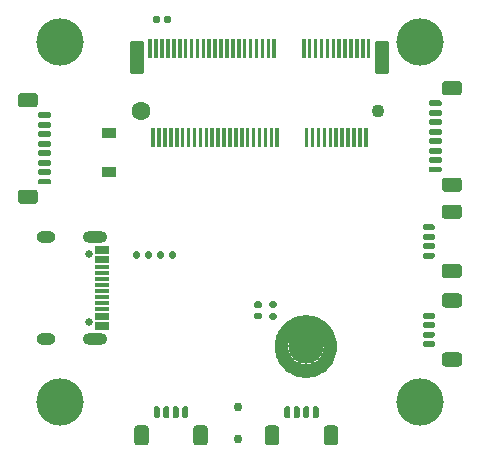
<source format=gbr>
%TF.GenerationSoftware,KiCad,Pcbnew,(5.1.10)-1*%
%TF.CreationDate,2021-11-18T11:26:52-05:00*%
%TF.ProjectId,MicroMod_Extension,4d696372-6f4d-46f6-945f-457874656e73,rev?*%
%TF.SameCoordinates,Original*%
%TF.FileFunction,Soldermask,Bot*%
%TF.FilePolarity,Negative*%
%FSLAX46Y46*%
G04 Gerber Fmt 4.6, Leading zero omitted, Abs format (unit mm)*
G04 Created by KiCad (PCBNEW (5.1.10)-1) date 2021-11-18 11:26:52*
%MOMM*%
%LPD*%
G01*
G04 APERTURE LIST*
%ADD10C,1.600000*%
%ADD11C,1.100000*%
%ADD12C,3.000000*%
%ADD13C,0.100000*%
%ADD14C,4.000000*%
%ADD15C,0.750000*%
%ADD16R,1.200000X0.900000*%
%ADD17R,1.150000X0.300000*%
%ADD18C,0.650000*%
%ADD19O,1.600000X1.000000*%
%ADD20O,2.100000X1.000000*%
G04 APERTURE END LIST*
%TO.C,J1*%
G36*
G01*
X137331000Y-48036000D02*
X137331000Y-49574000D01*
G75*
G02*
X137325000Y-49580000I-6000J0D01*
G01*
X137037000Y-49580000D01*
G75*
G02*
X137031000Y-49574000I0J6000D01*
G01*
X137031000Y-48036000D01*
G75*
G02*
X137037000Y-48030000I6000J0D01*
G01*
X137325000Y-48030000D01*
G75*
G02*
X137331000Y-48036000I0J-6000D01*
G01*
G37*
G36*
G01*
X137581000Y-55586000D02*
X137581000Y-57124000D01*
G75*
G02*
X137575000Y-57130000I-6000J0D01*
G01*
X137287000Y-57130000D01*
G75*
G02*
X137281000Y-57124000I0J6000D01*
G01*
X137281000Y-55586000D01*
G75*
G02*
X137287000Y-55580000I6000J0D01*
G01*
X137575000Y-55580000D01*
G75*
G02*
X137581000Y-55586000I0J-6000D01*
G01*
G37*
G36*
G01*
X137831000Y-48036000D02*
X137831000Y-49574000D01*
G75*
G02*
X137825000Y-49580000I-6000J0D01*
G01*
X137537000Y-49580000D01*
G75*
G02*
X137531000Y-49574000I0J6000D01*
G01*
X137531000Y-48036000D01*
G75*
G02*
X137537000Y-48030000I6000J0D01*
G01*
X137825000Y-48030000D01*
G75*
G02*
X137831000Y-48036000I0J-6000D01*
G01*
G37*
G36*
G01*
X138081000Y-55586000D02*
X138081000Y-57124000D01*
G75*
G02*
X138075000Y-57130000I-6000J0D01*
G01*
X137787000Y-57130000D01*
G75*
G02*
X137781000Y-57124000I0J6000D01*
G01*
X137781000Y-55586000D01*
G75*
G02*
X137787000Y-55580000I6000J0D01*
G01*
X138075000Y-55580000D01*
G75*
G02*
X138081000Y-55586000I0J-6000D01*
G01*
G37*
G36*
G01*
X138331000Y-48036000D02*
X138331000Y-49574000D01*
G75*
G02*
X138325000Y-49580000I-6000J0D01*
G01*
X138037000Y-49580000D01*
G75*
G02*
X138031000Y-49574000I0J6000D01*
G01*
X138031000Y-48036000D01*
G75*
G02*
X138037000Y-48030000I6000J0D01*
G01*
X138325000Y-48030000D01*
G75*
G02*
X138331000Y-48036000I0J-6000D01*
G01*
G37*
G36*
G01*
X138581000Y-55586000D02*
X138581000Y-57124000D01*
G75*
G02*
X138575000Y-57130000I-6000J0D01*
G01*
X138287000Y-57130000D01*
G75*
G02*
X138281000Y-57124000I0J6000D01*
G01*
X138281000Y-55586000D01*
G75*
G02*
X138287000Y-55580000I6000J0D01*
G01*
X138575000Y-55580000D01*
G75*
G02*
X138581000Y-55586000I0J-6000D01*
G01*
G37*
G36*
G01*
X138831000Y-48036000D02*
X138831000Y-49574000D01*
G75*
G02*
X138825000Y-49580000I-6000J0D01*
G01*
X138537000Y-49580000D01*
G75*
G02*
X138531000Y-49574000I0J6000D01*
G01*
X138531000Y-48036000D01*
G75*
G02*
X138537000Y-48030000I6000J0D01*
G01*
X138825000Y-48030000D01*
G75*
G02*
X138831000Y-48036000I0J-6000D01*
G01*
G37*
G36*
G01*
X139081000Y-55586000D02*
X139081000Y-57124000D01*
G75*
G02*
X139075000Y-57130000I-6000J0D01*
G01*
X138787000Y-57130000D01*
G75*
G02*
X138781000Y-57124000I0J6000D01*
G01*
X138781000Y-55586000D01*
G75*
G02*
X138787000Y-55580000I6000J0D01*
G01*
X139075000Y-55580000D01*
G75*
G02*
X139081000Y-55586000I0J-6000D01*
G01*
G37*
G36*
G01*
X139331000Y-48036000D02*
X139331000Y-49574000D01*
G75*
G02*
X139325000Y-49580000I-6000J0D01*
G01*
X139037000Y-49580000D01*
G75*
G02*
X139031000Y-49574000I0J6000D01*
G01*
X139031000Y-48036000D01*
G75*
G02*
X139037000Y-48030000I6000J0D01*
G01*
X139325000Y-48030000D01*
G75*
G02*
X139331000Y-48036000I0J-6000D01*
G01*
G37*
G36*
G01*
X139581000Y-55586000D02*
X139581000Y-57124000D01*
G75*
G02*
X139575000Y-57130000I-6000J0D01*
G01*
X139287000Y-57130000D01*
G75*
G02*
X139281000Y-57124000I0J6000D01*
G01*
X139281000Y-55586000D01*
G75*
G02*
X139287000Y-55580000I6000J0D01*
G01*
X139575000Y-55580000D01*
G75*
G02*
X139581000Y-55586000I0J-6000D01*
G01*
G37*
G36*
G01*
X139831000Y-48036000D02*
X139831000Y-49574000D01*
G75*
G02*
X139825000Y-49580000I-6000J0D01*
G01*
X139537000Y-49580000D01*
G75*
G02*
X139531000Y-49574000I0J6000D01*
G01*
X139531000Y-48036000D01*
G75*
G02*
X139537000Y-48030000I6000J0D01*
G01*
X139825000Y-48030000D01*
G75*
G02*
X139831000Y-48036000I0J-6000D01*
G01*
G37*
G36*
G01*
X140081000Y-55586000D02*
X140081000Y-57124000D01*
G75*
G02*
X140075000Y-57130000I-6000J0D01*
G01*
X139787000Y-57130000D01*
G75*
G02*
X139781000Y-57124000I0J6000D01*
G01*
X139781000Y-55586000D01*
G75*
G02*
X139787000Y-55580000I6000J0D01*
G01*
X140075000Y-55580000D01*
G75*
G02*
X140081000Y-55586000I0J-6000D01*
G01*
G37*
G36*
G01*
X140331000Y-48036000D02*
X140331000Y-49574000D01*
G75*
G02*
X140325000Y-49580000I-6000J0D01*
G01*
X140037000Y-49580000D01*
G75*
G02*
X140031000Y-49574000I0J6000D01*
G01*
X140031000Y-48036000D01*
G75*
G02*
X140037000Y-48030000I6000J0D01*
G01*
X140325000Y-48030000D01*
G75*
G02*
X140331000Y-48036000I0J-6000D01*
G01*
G37*
G36*
G01*
X140581000Y-55586000D02*
X140581000Y-57124000D01*
G75*
G02*
X140575000Y-57130000I-6000J0D01*
G01*
X140287000Y-57130000D01*
G75*
G02*
X140281000Y-57124000I0J6000D01*
G01*
X140281000Y-55586000D01*
G75*
G02*
X140287000Y-55580000I6000J0D01*
G01*
X140575000Y-55580000D01*
G75*
G02*
X140581000Y-55586000I0J-6000D01*
G01*
G37*
G36*
G01*
X140831000Y-48036000D02*
X140831000Y-49574000D01*
G75*
G02*
X140825000Y-49580000I-6000J0D01*
G01*
X140537000Y-49580000D01*
G75*
G02*
X140531000Y-49574000I0J6000D01*
G01*
X140531000Y-48036000D01*
G75*
G02*
X140537000Y-48030000I6000J0D01*
G01*
X140825000Y-48030000D01*
G75*
G02*
X140831000Y-48036000I0J-6000D01*
G01*
G37*
G36*
G01*
X141081000Y-55586000D02*
X141081000Y-57124000D01*
G75*
G02*
X141075000Y-57130000I-6000J0D01*
G01*
X140787000Y-57130000D01*
G75*
G02*
X140781000Y-57124000I0J6000D01*
G01*
X140781000Y-55586000D01*
G75*
G02*
X140787000Y-55580000I6000J0D01*
G01*
X141075000Y-55580000D01*
G75*
G02*
X141081000Y-55586000I0J-6000D01*
G01*
G37*
G36*
G01*
X141331000Y-48036000D02*
X141331000Y-49574000D01*
G75*
G02*
X141325000Y-49580000I-6000J0D01*
G01*
X141037000Y-49580000D01*
G75*
G02*
X141031000Y-49574000I0J6000D01*
G01*
X141031000Y-48036000D01*
G75*
G02*
X141037000Y-48030000I6000J0D01*
G01*
X141325000Y-48030000D01*
G75*
G02*
X141331000Y-48036000I0J-6000D01*
G01*
G37*
G36*
G01*
X141581000Y-55586000D02*
X141581000Y-57124000D01*
G75*
G02*
X141575000Y-57130000I-6000J0D01*
G01*
X141287000Y-57130000D01*
G75*
G02*
X141281000Y-57124000I0J6000D01*
G01*
X141281000Y-55586000D01*
G75*
G02*
X141287000Y-55580000I6000J0D01*
G01*
X141575000Y-55580000D01*
G75*
G02*
X141581000Y-55586000I0J-6000D01*
G01*
G37*
G36*
G01*
X141831000Y-48036000D02*
X141831000Y-49574000D01*
G75*
G02*
X141825000Y-49580000I-6000J0D01*
G01*
X141537000Y-49580000D01*
G75*
G02*
X141531000Y-49574000I0J6000D01*
G01*
X141531000Y-48036000D01*
G75*
G02*
X141537000Y-48030000I6000J0D01*
G01*
X141825000Y-48030000D01*
G75*
G02*
X141831000Y-48036000I0J-6000D01*
G01*
G37*
G36*
G01*
X142081000Y-55586000D02*
X142081000Y-57124000D01*
G75*
G02*
X142075000Y-57130000I-6000J0D01*
G01*
X141787000Y-57130000D01*
G75*
G02*
X141781000Y-57124000I0J6000D01*
G01*
X141781000Y-55586000D01*
G75*
G02*
X141787000Y-55580000I6000J0D01*
G01*
X142075000Y-55580000D01*
G75*
G02*
X142081000Y-55586000I0J-6000D01*
G01*
G37*
G36*
G01*
X142331000Y-48036000D02*
X142331000Y-49574000D01*
G75*
G02*
X142325000Y-49580000I-6000J0D01*
G01*
X142037000Y-49580000D01*
G75*
G02*
X142031000Y-49574000I0J6000D01*
G01*
X142031000Y-48036000D01*
G75*
G02*
X142037000Y-48030000I6000J0D01*
G01*
X142325000Y-48030000D01*
G75*
G02*
X142331000Y-48036000I0J-6000D01*
G01*
G37*
G36*
G01*
X142581000Y-55586000D02*
X142581000Y-57124000D01*
G75*
G02*
X142575000Y-57130000I-6000J0D01*
G01*
X142287000Y-57130000D01*
G75*
G02*
X142281000Y-57124000I0J6000D01*
G01*
X142281000Y-55586000D01*
G75*
G02*
X142287000Y-55580000I6000J0D01*
G01*
X142575000Y-55580000D01*
G75*
G02*
X142581000Y-55586000I0J-6000D01*
G01*
G37*
G36*
G01*
X142831000Y-48036000D02*
X142831000Y-49574000D01*
G75*
G02*
X142825000Y-49580000I-6000J0D01*
G01*
X142537000Y-49580000D01*
G75*
G02*
X142531000Y-49574000I0J6000D01*
G01*
X142531000Y-48036000D01*
G75*
G02*
X142537000Y-48030000I6000J0D01*
G01*
X142825000Y-48030000D01*
G75*
G02*
X142831000Y-48036000I0J-6000D01*
G01*
G37*
G36*
G01*
X143081000Y-55586000D02*
X143081000Y-57124000D01*
G75*
G02*
X143075000Y-57130000I-6000J0D01*
G01*
X142787000Y-57130000D01*
G75*
G02*
X142781000Y-57124000I0J6000D01*
G01*
X142781000Y-55586000D01*
G75*
G02*
X142787000Y-55580000I6000J0D01*
G01*
X143075000Y-55580000D01*
G75*
G02*
X143081000Y-55586000I0J-6000D01*
G01*
G37*
G36*
G01*
X143331000Y-48036000D02*
X143331000Y-49574000D01*
G75*
G02*
X143325000Y-49580000I-6000J0D01*
G01*
X143037000Y-49580000D01*
G75*
G02*
X143031000Y-49574000I0J6000D01*
G01*
X143031000Y-48036000D01*
G75*
G02*
X143037000Y-48030000I6000J0D01*
G01*
X143325000Y-48030000D01*
G75*
G02*
X143331000Y-48036000I0J-6000D01*
G01*
G37*
G36*
G01*
X143581000Y-55586000D02*
X143581000Y-57124000D01*
G75*
G02*
X143575000Y-57130000I-6000J0D01*
G01*
X143287000Y-57130000D01*
G75*
G02*
X143281000Y-57124000I0J6000D01*
G01*
X143281000Y-55586000D01*
G75*
G02*
X143287000Y-55580000I6000J0D01*
G01*
X143575000Y-55580000D01*
G75*
G02*
X143581000Y-55586000I0J-6000D01*
G01*
G37*
G36*
G01*
X143831000Y-48036000D02*
X143831000Y-49574000D01*
G75*
G02*
X143825000Y-49580000I-6000J0D01*
G01*
X143537000Y-49580000D01*
G75*
G02*
X143531000Y-49574000I0J6000D01*
G01*
X143531000Y-48036000D01*
G75*
G02*
X143537000Y-48030000I6000J0D01*
G01*
X143825000Y-48030000D01*
G75*
G02*
X143831000Y-48036000I0J-6000D01*
G01*
G37*
G36*
G01*
X144081000Y-55586000D02*
X144081000Y-57124000D01*
G75*
G02*
X144075000Y-57130000I-6000J0D01*
G01*
X143787000Y-57130000D01*
G75*
G02*
X143781000Y-57124000I0J6000D01*
G01*
X143781000Y-55586000D01*
G75*
G02*
X143787000Y-55580000I6000J0D01*
G01*
X144075000Y-55580000D01*
G75*
G02*
X144081000Y-55586000I0J-6000D01*
G01*
G37*
G36*
G01*
X144331000Y-48036000D02*
X144331000Y-49574000D01*
G75*
G02*
X144325000Y-49580000I-6000J0D01*
G01*
X144037000Y-49580000D01*
G75*
G02*
X144031000Y-49574000I0J6000D01*
G01*
X144031000Y-48036000D01*
G75*
G02*
X144037000Y-48030000I6000J0D01*
G01*
X144325000Y-48030000D01*
G75*
G02*
X144331000Y-48036000I0J-6000D01*
G01*
G37*
G36*
G01*
X144581000Y-55586000D02*
X144581000Y-57124000D01*
G75*
G02*
X144575000Y-57130000I-6000J0D01*
G01*
X144287000Y-57130000D01*
G75*
G02*
X144281000Y-57124000I0J6000D01*
G01*
X144281000Y-55586000D01*
G75*
G02*
X144287000Y-55580000I6000J0D01*
G01*
X144575000Y-55580000D01*
G75*
G02*
X144581000Y-55586000I0J-6000D01*
G01*
G37*
G36*
G01*
X144831000Y-48036000D02*
X144831000Y-49574000D01*
G75*
G02*
X144825000Y-49580000I-6000J0D01*
G01*
X144537000Y-49580000D01*
G75*
G02*
X144531000Y-49574000I0J6000D01*
G01*
X144531000Y-48036000D01*
G75*
G02*
X144537000Y-48030000I6000J0D01*
G01*
X144825000Y-48030000D01*
G75*
G02*
X144831000Y-48036000I0J-6000D01*
G01*
G37*
G36*
G01*
X145081000Y-55586000D02*
X145081000Y-57124000D01*
G75*
G02*
X145075000Y-57130000I-6000J0D01*
G01*
X144787000Y-57130000D01*
G75*
G02*
X144781000Y-57124000I0J6000D01*
G01*
X144781000Y-55586000D01*
G75*
G02*
X144787000Y-55580000I6000J0D01*
G01*
X145075000Y-55580000D01*
G75*
G02*
X145081000Y-55586000I0J-6000D01*
G01*
G37*
G36*
G01*
X145331000Y-48036000D02*
X145331000Y-49574000D01*
G75*
G02*
X145325000Y-49580000I-6000J0D01*
G01*
X145037000Y-49580000D01*
G75*
G02*
X145031000Y-49574000I0J6000D01*
G01*
X145031000Y-48036000D01*
G75*
G02*
X145037000Y-48030000I6000J0D01*
G01*
X145325000Y-48030000D01*
G75*
G02*
X145331000Y-48036000I0J-6000D01*
G01*
G37*
G36*
G01*
X145581000Y-55586000D02*
X145581000Y-57124000D01*
G75*
G02*
X145575000Y-57130000I-6000J0D01*
G01*
X145287000Y-57130000D01*
G75*
G02*
X145281000Y-57124000I0J6000D01*
G01*
X145281000Y-55586000D01*
G75*
G02*
X145287000Y-55580000I6000J0D01*
G01*
X145575000Y-55580000D01*
G75*
G02*
X145581000Y-55586000I0J-6000D01*
G01*
G37*
G36*
G01*
X145831000Y-48036000D02*
X145831000Y-49574000D01*
G75*
G02*
X145825000Y-49580000I-6000J0D01*
G01*
X145537000Y-49580000D01*
G75*
G02*
X145531000Y-49574000I0J6000D01*
G01*
X145531000Y-48036000D01*
G75*
G02*
X145537000Y-48030000I6000J0D01*
G01*
X145825000Y-48030000D01*
G75*
G02*
X145831000Y-48036000I0J-6000D01*
G01*
G37*
G36*
G01*
X146081000Y-55586000D02*
X146081000Y-57124000D01*
G75*
G02*
X146075000Y-57130000I-6000J0D01*
G01*
X145787000Y-57130000D01*
G75*
G02*
X145781000Y-57124000I0J6000D01*
G01*
X145781000Y-55586000D01*
G75*
G02*
X145787000Y-55580000I6000J0D01*
G01*
X146075000Y-55580000D01*
G75*
G02*
X146081000Y-55586000I0J-6000D01*
G01*
G37*
G36*
G01*
X146331000Y-48036000D02*
X146331000Y-49574000D01*
G75*
G02*
X146325000Y-49580000I-6000J0D01*
G01*
X146037000Y-49580000D01*
G75*
G02*
X146031000Y-49574000I0J6000D01*
G01*
X146031000Y-48036000D01*
G75*
G02*
X146037000Y-48030000I6000J0D01*
G01*
X146325000Y-48030000D01*
G75*
G02*
X146331000Y-48036000I0J-6000D01*
G01*
G37*
G36*
G01*
X146581000Y-55586000D02*
X146581000Y-57124000D01*
G75*
G02*
X146575000Y-57130000I-6000J0D01*
G01*
X146287000Y-57130000D01*
G75*
G02*
X146281000Y-57124000I0J6000D01*
G01*
X146281000Y-55586000D01*
G75*
G02*
X146287000Y-55580000I6000J0D01*
G01*
X146575000Y-55580000D01*
G75*
G02*
X146581000Y-55586000I0J-6000D01*
G01*
G37*
G36*
G01*
X146831000Y-48036000D02*
X146831000Y-49574000D01*
G75*
G02*
X146825000Y-49580000I-6000J0D01*
G01*
X146537000Y-49580000D01*
G75*
G02*
X146531000Y-49574000I0J6000D01*
G01*
X146531000Y-48036000D01*
G75*
G02*
X146537000Y-48030000I6000J0D01*
G01*
X146825000Y-48030000D01*
G75*
G02*
X146831000Y-48036000I0J-6000D01*
G01*
G37*
G36*
G01*
X147081000Y-55586000D02*
X147081000Y-57124000D01*
G75*
G02*
X147075000Y-57130000I-6000J0D01*
G01*
X146787000Y-57130000D01*
G75*
G02*
X146781000Y-57124000I0J6000D01*
G01*
X146781000Y-55586000D01*
G75*
G02*
X146787000Y-55580000I6000J0D01*
G01*
X147075000Y-55580000D01*
G75*
G02*
X147081000Y-55586000I0J-6000D01*
G01*
G37*
G36*
G01*
X147331000Y-48036000D02*
X147331000Y-49574000D01*
G75*
G02*
X147325000Y-49580000I-6000J0D01*
G01*
X147037000Y-49580000D01*
G75*
G02*
X147031000Y-49574000I0J6000D01*
G01*
X147031000Y-48036000D01*
G75*
G02*
X147037000Y-48030000I6000J0D01*
G01*
X147325000Y-48030000D01*
G75*
G02*
X147331000Y-48036000I0J-6000D01*
G01*
G37*
G36*
G01*
X147581000Y-55586000D02*
X147581000Y-57124000D01*
G75*
G02*
X147575000Y-57130000I-6000J0D01*
G01*
X147287000Y-57130000D01*
G75*
G02*
X147281000Y-57124000I0J6000D01*
G01*
X147281000Y-55586000D01*
G75*
G02*
X147287000Y-55580000I6000J0D01*
G01*
X147575000Y-55580000D01*
G75*
G02*
X147581000Y-55586000I0J-6000D01*
G01*
G37*
G36*
G01*
X147831000Y-48036000D02*
X147831000Y-49574000D01*
G75*
G02*
X147825000Y-49580000I-6000J0D01*
G01*
X147537000Y-49580000D01*
G75*
G02*
X147531000Y-49574000I0J6000D01*
G01*
X147531000Y-48036000D01*
G75*
G02*
X147537000Y-48030000I6000J0D01*
G01*
X147825000Y-48030000D01*
G75*
G02*
X147831000Y-48036000I0J-6000D01*
G01*
G37*
G36*
G01*
X148081000Y-55586000D02*
X148081000Y-57124000D01*
G75*
G02*
X148075000Y-57130000I-6000J0D01*
G01*
X147787000Y-57130000D01*
G75*
G02*
X147781000Y-57124000I0J6000D01*
G01*
X147781000Y-55586000D01*
G75*
G02*
X147787000Y-55580000I6000J0D01*
G01*
X148075000Y-55580000D01*
G75*
G02*
X148081000Y-55586000I0J-6000D01*
G01*
G37*
G36*
G01*
X150331000Y-48036000D02*
X150331000Y-49574000D01*
G75*
G02*
X150325000Y-49580000I-6000J0D01*
G01*
X150037000Y-49580000D01*
G75*
G02*
X150031000Y-49574000I0J6000D01*
G01*
X150031000Y-48036000D01*
G75*
G02*
X150037000Y-48030000I6000J0D01*
G01*
X150325000Y-48030000D01*
G75*
G02*
X150331000Y-48036000I0J-6000D01*
G01*
G37*
G36*
G01*
X150581000Y-55586000D02*
X150581000Y-57124000D01*
G75*
G02*
X150575000Y-57130000I-6000J0D01*
G01*
X150287000Y-57130000D01*
G75*
G02*
X150281000Y-57124000I0J6000D01*
G01*
X150281000Y-55586000D01*
G75*
G02*
X150287000Y-55580000I6000J0D01*
G01*
X150575000Y-55580000D01*
G75*
G02*
X150581000Y-55586000I0J-6000D01*
G01*
G37*
G36*
G01*
X150831000Y-48036000D02*
X150831000Y-49574000D01*
G75*
G02*
X150825000Y-49580000I-6000J0D01*
G01*
X150537000Y-49580000D01*
G75*
G02*
X150531000Y-49574000I0J6000D01*
G01*
X150531000Y-48036000D01*
G75*
G02*
X150537000Y-48030000I6000J0D01*
G01*
X150825000Y-48030000D01*
G75*
G02*
X150831000Y-48036000I0J-6000D01*
G01*
G37*
G36*
G01*
X151081000Y-55586000D02*
X151081000Y-57124000D01*
G75*
G02*
X151075000Y-57130000I-6000J0D01*
G01*
X150787000Y-57130000D01*
G75*
G02*
X150781000Y-57124000I0J6000D01*
G01*
X150781000Y-55586000D01*
G75*
G02*
X150787000Y-55580000I6000J0D01*
G01*
X151075000Y-55580000D01*
G75*
G02*
X151081000Y-55586000I0J-6000D01*
G01*
G37*
G36*
G01*
X151331000Y-48036000D02*
X151331000Y-49574000D01*
G75*
G02*
X151325000Y-49580000I-6000J0D01*
G01*
X151037000Y-49580000D01*
G75*
G02*
X151031000Y-49574000I0J6000D01*
G01*
X151031000Y-48036000D01*
G75*
G02*
X151037000Y-48030000I6000J0D01*
G01*
X151325000Y-48030000D01*
G75*
G02*
X151331000Y-48036000I0J-6000D01*
G01*
G37*
G36*
G01*
X151581000Y-55586000D02*
X151581000Y-57124000D01*
G75*
G02*
X151575000Y-57130000I-6000J0D01*
G01*
X151287000Y-57130000D01*
G75*
G02*
X151281000Y-57124000I0J6000D01*
G01*
X151281000Y-55586000D01*
G75*
G02*
X151287000Y-55580000I6000J0D01*
G01*
X151575000Y-55580000D01*
G75*
G02*
X151581000Y-55586000I0J-6000D01*
G01*
G37*
G36*
G01*
X151831000Y-48036000D02*
X151831000Y-49574000D01*
G75*
G02*
X151825000Y-49580000I-6000J0D01*
G01*
X151537000Y-49580000D01*
G75*
G02*
X151531000Y-49574000I0J6000D01*
G01*
X151531000Y-48036000D01*
G75*
G02*
X151537000Y-48030000I6000J0D01*
G01*
X151825000Y-48030000D01*
G75*
G02*
X151831000Y-48036000I0J-6000D01*
G01*
G37*
G36*
G01*
X152081000Y-55586000D02*
X152081000Y-57124000D01*
G75*
G02*
X152075000Y-57130000I-6000J0D01*
G01*
X151787000Y-57130000D01*
G75*
G02*
X151781000Y-57124000I0J6000D01*
G01*
X151781000Y-55586000D01*
G75*
G02*
X151787000Y-55580000I6000J0D01*
G01*
X152075000Y-55580000D01*
G75*
G02*
X152081000Y-55586000I0J-6000D01*
G01*
G37*
G36*
G01*
X152331000Y-48036000D02*
X152331000Y-49574000D01*
G75*
G02*
X152325000Y-49580000I-6000J0D01*
G01*
X152037000Y-49580000D01*
G75*
G02*
X152031000Y-49574000I0J6000D01*
G01*
X152031000Y-48036000D01*
G75*
G02*
X152037000Y-48030000I6000J0D01*
G01*
X152325000Y-48030000D01*
G75*
G02*
X152331000Y-48036000I0J-6000D01*
G01*
G37*
G36*
G01*
X152581000Y-55586000D02*
X152581000Y-57124000D01*
G75*
G02*
X152575000Y-57130000I-6000J0D01*
G01*
X152287000Y-57130000D01*
G75*
G02*
X152281000Y-57124000I0J6000D01*
G01*
X152281000Y-55586000D01*
G75*
G02*
X152287000Y-55580000I6000J0D01*
G01*
X152575000Y-55580000D01*
G75*
G02*
X152581000Y-55586000I0J-6000D01*
G01*
G37*
G36*
G01*
X136681000Y-48313000D02*
X136681000Y-50847000D01*
G75*
G02*
X136573000Y-50955000I-108000J0D01*
G01*
X135589000Y-50955000D01*
G75*
G02*
X135481000Y-50847000I0J108000D01*
G01*
X135481000Y-48313000D01*
G75*
G02*
X135589000Y-48205000I108000J0D01*
G01*
X136573000Y-48205000D01*
G75*
G02*
X136681000Y-48313000I0J-108000D01*
G01*
G37*
G36*
G01*
X157381000Y-48313000D02*
X157381000Y-50847000D01*
G75*
G02*
X157273000Y-50955000I-108000J0D01*
G01*
X156289000Y-50955000D01*
G75*
G02*
X156181000Y-50847000I0J108000D01*
G01*
X156181000Y-48313000D01*
G75*
G02*
X156289000Y-48205000I108000J0D01*
G01*
X157273000Y-48205000D01*
G75*
G02*
X157381000Y-48313000I0J-108000D01*
G01*
G37*
G36*
G01*
X152831000Y-48036000D02*
X152831000Y-49574000D01*
G75*
G02*
X152825000Y-49580000I-6000J0D01*
G01*
X152537000Y-49580000D01*
G75*
G02*
X152531000Y-49574000I0J6000D01*
G01*
X152531000Y-48036000D01*
G75*
G02*
X152537000Y-48030000I6000J0D01*
G01*
X152825000Y-48030000D01*
G75*
G02*
X152831000Y-48036000I0J-6000D01*
G01*
G37*
G36*
G01*
X153331000Y-48036000D02*
X153331000Y-49574000D01*
G75*
G02*
X153325000Y-49580000I-6000J0D01*
G01*
X153037000Y-49580000D01*
G75*
G02*
X153031000Y-49574000I0J6000D01*
G01*
X153031000Y-48036000D01*
G75*
G02*
X153037000Y-48030000I6000J0D01*
G01*
X153325000Y-48030000D01*
G75*
G02*
X153331000Y-48036000I0J-6000D01*
G01*
G37*
G36*
G01*
X153831000Y-48036000D02*
X153831000Y-49574000D01*
G75*
G02*
X153825000Y-49580000I-6000J0D01*
G01*
X153537000Y-49580000D01*
G75*
G02*
X153531000Y-49574000I0J6000D01*
G01*
X153531000Y-48036000D01*
G75*
G02*
X153537000Y-48030000I6000J0D01*
G01*
X153825000Y-48030000D01*
G75*
G02*
X153831000Y-48036000I0J-6000D01*
G01*
G37*
G36*
G01*
X154331000Y-48036000D02*
X154331000Y-49574000D01*
G75*
G02*
X154325000Y-49580000I-6000J0D01*
G01*
X154037000Y-49580000D01*
G75*
G02*
X154031000Y-49574000I0J6000D01*
G01*
X154031000Y-48036000D01*
G75*
G02*
X154037000Y-48030000I6000J0D01*
G01*
X154325000Y-48030000D01*
G75*
G02*
X154331000Y-48036000I0J-6000D01*
G01*
G37*
G36*
G01*
X154831000Y-48036000D02*
X154831000Y-49574000D01*
G75*
G02*
X154825000Y-49580000I-6000J0D01*
G01*
X154537000Y-49580000D01*
G75*
G02*
X154531000Y-49574000I0J6000D01*
G01*
X154531000Y-48036000D01*
G75*
G02*
X154537000Y-48030000I6000J0D01*
G01*
X154825000Y-48030000D01*
G75*
G02*
X154831000Y-48036000I0J-6000D01*
G01*
G37*
G36*
G01*
X155331000Y-48036000D02*
X155331000Y-49574000D01*
G75*
G02*
X155325000Y-49580000I-6000J0D01*
G01*
X155037000Y-49580000D01*
G75*
G02*
X155031000Y-49574000I0J6000D01*
G01*
X155031000Y-48036000D01*
G75*
G02*
X155037000Y-48030000I6000J0D01*
G01*
X155325000Y-48030000D01*
G75*
G02*
X155331000Y-48036000I0J-6000D01*
G01*
G37*
G36*
G01*
X155831000Y-48036000D02*
X155831000Y-49574000D01*
G75*
G02*
X155825000Y-49580000I-6000J0D01*
G01*
X155537000Y-49580000D01*
G75*
G02*
X155531000Y-49574000I0J6000D01*
G01*
X155531000Y-48036000D01*
G75*
G02*
X155537000Y-48030000I6000J0D01*
G01*
X155825000Y-48030000D01*
G75*
G02*
X155831000Y-48036000I0J-6000D01*
G01*
G37*
G36*
G01*
X155581000Y-55586000D02*
X155581000Y-57124000D01*
G75*
G02*
X155575000Y-57130000I-6000J0D01*
G01*
X155287000Y-57130000D01*
G75*
G02*
X155281000Y-57124000I0J6000D01*
G01*
X155281000Y-55586000D01*
G75*
G02*
X155287000Y-55580000I6000J0D01*
G01*
X155575000Y-55580000D01*
G75*
G02*
X155581000Y-55586000I0J-6000D01*
G01*
G37*
G36*
G01*
X155081000Y-55586000D02*
X155081000Y-57124000D01*
G75*
G02*
X155075000Y-57130000I-6000J0D01*
G01*
X154787000Y-57130000D01*
G75*
G02*
X154781000Y-57124000I0J6000D01*
G01*
X154781000Y-55586000D01*
G75*
G02*
X154787000Y-55580000I6000J0D01*
G01*
X155075000Y-55580000D01*
G75*
G02*
X155081000Y-55586000I0J-6000D01*
G01*
G37*
G36*
G01*
X154581000Y-55586000D02*
X154581000Y-57124000D01*
G75*
G02*
X154575000Y-57130000I-6000J0D01*
G01*
X154287000Y-57130000D01*
G75*
G02*
X154281000Y-57124000I0J6000D01*
G01*
X154281000Y-55586000D01*
G75*
G02*
X154287000Y-55580000I6000J0D01*
G01*
X154575000Y-55580000D01*
G75*
G02*
X154581000Y-55586000I0J-6000D01*
G01*
G37*
G36*
G01*
X154081000Y-55586000D02*
X154081000Y-57124000D01*
G75*
G02*
X154075000Y-57130000I-6000J0D01*
G01*
X153787000Y-57130000D01*
G75*
G02*
X153781000Y-57124000I0J6000D01*
G01*
X153781000Y-55586000D01*
G75*
G02*
X153787000Y-55580000I6000J0D01*
G01*
X154075000Y-55580000D01*
G75*
G02*
X154081000Y-55586000I0J-6000D01*
G01*
G37*
G36*
G01*
X153581000Y-55586000D02*
X153581000Y-57124000D01*
G75*
G02*
X153575000Y-57130000I-6000J0D01*
G01*
X153287000Y-57130000D01*
G75*
G02*
X153281000Y-57124000I0J6000D01*
G01*
X153281000Y-55586000D01*
G75*
G02*
X153287000Y-55580000I6000J0D01*
G01*
X153575000Y-55580000D01*
G75*
G02*
X153581000Y-55586000I0J-6000D01*
G01*
G37*
G36*
G01*
X153081000Y-55586000D02*
X153081000Y-57124000D01*
G75*
G02*
X153075000Y-57130000I-6000J0D01*
G01*
X152787000Y-57130000D01*
G75*
G02*
X152781000Y-57124000I0J6000D01*
G01*
X152781000Y-55586000D01*
G75*
G02*
X152787000Y-55580000I6000J0D01*
G01*
X153075000Y-55580000D01*
G75*
G02*
X153081000Y-55586000I0J-6000D01*
G01*
G37*
D10*
X136431000Y-54080000D03*
D11*
X156431000Y-54080000D03*
%TD*%
%TO.C,J7*%
G36*
G01*
X137038000Y-80971999D02*
X137038000Y-82172001D01*
G75*
G02*
X136788001Y-82422000I-249999J0D01*
G01*
X136087999Y-82422000D01*
G75*
G02*
X135838000Y-82172001I0J249999D01*
G01*
X135838000Y-80971999D01*
G75*
G02*
X136087999Y-80722000I249999J0D01*
G01*
X136788001Y-80722000D01*
G75*
G02*
X137038000Y-80971999I0J-249999D01*
G01*
G37*
G36*
G01*
X142038000Y-80971999D02*
X142038000Y-82172001D01*
G75*
G02*
X141788001Y-82422000I-249999J0D01*
G01*
X141087999Y-82422000D01*
G75*
G02*
X140838000Y-82172001I0J249999D01*
G01*
X140838000Y-80971999D01*
G75*
G02*
X141087999Y-80722000I249999J0D01*
G01*
X141788001Y-80722000D01*
G75*
G02*
X142038000Y-80971999I0J-249999D01*
G01*
G37*
G36*
G01*
X137988000Y-79247000D02*
X137988000Y-79997000D01*
G75*
G02*
X137863000Y-80122000I-125000J0D01*
G01*
X137613000Y-80122000D01*
G75*
G02*
X137488000Y-79997000I0J125000D01*
G01*
X137488000Y-79247000D01*
G75*
G02*
X137613000Y-79122000I125000J0D01*
G01*
X137863000Y-79122000D01*
G75*
G02*
X137988000Y-79247000I0J-125000D01*
G01*
G37*
G36*
G01*
X138788000Y-79247000D02*
X138788000Y-79997000D01*
G75*
G02*
X138663000Y-80122000I-125000J0D01*
G01*
X138413000Y-80122000D01*
G75*
G02*
X138288000Y-79997000I0J125000D01*
G01*
X138288000Y-79247000D01*
G75*
G02*
X138413000Y-79122000I125000J0D01*
G01*
X138663000Y-79122000D01*
G75*
G02*
X138788000Y-79247000I0J-125000D01*
G01*
G37*
G36*
G01*
X139588000Y-79247000D02*
X139588000Y-79997000D01*
G75*
G02*
X139463000Y-80122000I-125000J0D01*
G01*
X139213000Y-80122000D01*
G75*
G02*
X139088000Y-79997000I0J125000D01*
G01*
X139088000Y-79247000D01*
G75*
G02*
X139213000Y-79122000I125000J0D01*
G01*
X139463000Y-79122000D01*
G75*
G02*
X139588000Y-79247000I0J-125000D01*
G01*
G37*
G36*
G01*
X140388000Y-79247000D02*
X140388000Y-79997000D01*
G75*
G02*
X140263000Y-80122000I-125000J0D01*
G01*
X140013000Y-80122000D01*
G75*
G02*
X139888000Y-79997000I0J125000D01*
G01*
X139888000Y-79247000D01*
G75*
G02*
X140013000Y-79122000I125000J0D01*
G01*
X140263000Y-79122000D01*
G75*
G02*
X140388000Y-79247000I0J-125000D01*
G01*
G37*
%TD*%
%TO.C,J6*%
G36*
G01*
X163329001Y-52761000D02*
X162128999Y-52761000D01*
G75*
G02*
X161879000Y-52511001I0J249999D01*
G01*
X161879000Y-51810999D01*
G75*
G02*
X162128999Y-51561000I249999J0D01*
G01*
X163329001Y-51561000D01*
G75*
G02*
X163579000Y-51810999I0J-249999D01*
G01*
X163579000Y-52511001D01*
G75*
G02*
X163329001Y-52761000I-249999J0D01*
G01*
G37*
G36*
G01*
X163329001Y-60961000D02*
X162128999Y-60961000D01*
G75*
G02*
X161879000Y-60711001I0J249999D01*
G01*
X161879000Y-60010999D01*
G75*
G02*
X162128999Y-59761000I249999J0D01*
G01*
X163329001Y-59761000D01*
G75*
G02*
X163579000Y-60010999I0J-249999D01*
G01*
X163579000Y-60711001D01*
G75*
G02*
X163329001Y-60961000I-249999J0D01*
G01*
G37*
G36*
G01*
X161754000Y-53711000D02*
X160904000Y-53711000D01*
G75*
G02*
X160779000Y-53586000I0J125000D01*
G01*
X160779000Y-53336000D01*
G75*
G02*
X160904000Y-53211000I125000J0D01*
G01*
X161754000Y-53211000D01*
G75*
G02*
X161879000Y-53336000I0J-125000D01*
G01*
X161879000Y-53586000D01*
G75*
G02*
X161754000Y-53711000I-125000J0D01*
G01*
G37*
G36*
G01*
X161754000Y-54511000D02*
X160904000Y-54511000D01*
G75*
G02*
X160779000Y-54386000I0J125000D01*
G01*
X160779000Y-54136000D01*
G75*
G02*
X160904000Y-54011000I125000J0D01*
G01*
X161754000Y-54011000D01*
G75*
G02*
X161879000Y-54136000I0J-125000D01*
G01*
X161879000Y-54386000D01*
G75*
G02*
X161754000Y-54511000I-125000J0D01*
G01*
G37*
G36*
G01*
X161754000Y-55311000D02*
X160904000Y-55311000D01*
G75*
G02*
X160779000Y-55186000I0J125000D01*
G01*
X160779000Y-54936000D01*
G75*
G02*
X160904000Y-54811000I125000J0D01*
G01*
X161754000Y-54811000D01*
G75*
G02*
X161879000Y-54936000I0J-125000D01*
G01*
X161879000Y-55186000D01*
G75*
G02*
X161754000Y-55311000I-125000J0D01*
G01*
G37*
G36*
G01*
X161754000Y-56111000D02*
X160904000Y-56111000D01*
G75*
G02*
X160779000Y-55986000I0J125000D01*
G01*
X160779000Y-55736000D01*
G75*
G02*
X160904000Y-55611000I125000J0D01*
G01*
X161754000Y-55611000D01*
G75*
G02*
X161879000Y-55736000I0J-125000D01*
G01*
X161879000Y-55986000D01*
G75*
G02*
X161754000Y-56111000I-125000J0D01*
G01*
G37*
G36*
G01*
X161754000Y-56911000D02*
X160904000Y-56911000D01*
G75*
G02*
X160779000Y-56786000I0J125000D01*
G01*
X160779000Y-56536000D01*
G75*
G02*
X160904000Y-56411000I125000J0D01*
G01*
X161754000Y-56411000D01*
G75*
G02*
X161879000Y-56536000I0J-125000D01*
G01*
X161879000Y-56786000D01*
G75*
G02*
X161754000Y-56911000I-125000J0D01*
G01*
G37*
G36*
G01*
X161754000Y-57711000D02*
X160904000Y-57711000D01*
G75*
G02*
X160779000Y-57586000I0J125000D01*
G01*
X160779000Y-57336000D01*
G75*
G02*
X160904000Y-57211000I125000J0D01*
G01*
X161754000Y-57211000D01*
G75*
G02*
X161879000Y-57336000I0J-125000D01*
G01*
X161879000Y-57586000D01*
G75*
G02*
X161754000Y-57711000I-125000J0D01*
G01*
G37*
G36*
G01*
X161754000Y-58511000D02*
X160904000Y-58511000D01*
G75*
G02*
X160779000Y-58386000I0J125000D01*
G01*
X160779000Y-58136000D01*
G75*
G02*
X160904000Y-58011000I125000J0D01*
G01*
X161754000Y-58011000D01*
G75*
G02*
X161879000Y-58136000I0J-125000D01*
G01*
X161879000Y-58386000D01*
G75*
G02*
X161754000Y-58511000I-125000J0D01*
G01*
G37*
G36*
G01*
X161754000Y-59311000D02*
X160904000Y-59311000D01*
G75*
G02*
X160779000Y-59186000I0J125000D01*
G01*
X160779000Y-58936000D01*
G75*
G02*
X160904000Y-58811000I125000J0D01*
G01*
X161754000Y-58811000D01*
G75*
G02*
X161879000Y-58936000I0J-125000D01*
G01*
X161879000Y-59186000D01*
G75*
G02*
X161754000Y-59311000I-125000J0D01*
G01*
G37*
%TD*%
%TO.C,J5*%
G36*
G01*
X126230999Y-60777000D02*
X127431001Y-60777000D01*
G75*
G02*
X127681000Y-61026999I0J-249999D01*
G01*
X127681000Y-61727001D01*
G75*
G02*
X127431001Y-61977000I-249999J0D01*
G01*
X126230999Y-61977000D01*
G75*
G02*
X125981000Y-61727001I0J249999D01*
G01*
X125981000Y-61026999D01*
G75*
G02*
X126230999Y-60777000I249999J0D01*
G01*
G37*
G36*
G01*
X126230999Y-52577000D02*
X127431001Y-52577000D01*
G75*
G02*
X127681000Y-52826999I0J-249999D01*
G01*
X127681000Y-53527001D01*
G75*
G02*
X127431001Y-53777000I-249999J0D01*
G01*
X126230999Y-53777000D01*
G75*
G02*
X125981000Y-53527001I0J249999D01*
G01*
X125981000Y-52826999D01*
G75*
G02*
X126230999Y-52577000I249999J0D01*
G01*
G37*
G36*
G01*
X127806000Y-59827000D02*
X128656000Y-59827000D01*
G75*
G02*
X128781000Y-59952000I0J-125000D01*
G01*
X128781000Y-60202000D01*
G75*
G02*
X128656000Y-60327000I-125000J0D01*
G01*
X127806000Y-60327000D01*
G75*
G02*
X127681000Y-60202000I0J125000D01*
G01*
X127681000Y-59952000D01*
G75*
G02*
X127806000Y-59827000I125000J0D01*
G01*
G37*
G36*
G01*
X127806000Y-59027000D02*
X128656000Y-59027000D01*
G75*
G02*
X128781000Y-59152000I0J-125000D01*
G01*
X128781000Y-59402000D01*
G75*
G02*
X128656000Y-59527000I-125000J0D01*
G01*
X127806000Y-59527000D01*
G75*
G02*
X127681000Y-59402000I0J125000D01*
G01*
X127681000Y-59152000D01*
G75*
G02*
X127806000Y-59027000I125000J0D01*
G01*
G37*
G36*
G01*
X127806000Y-58227000D02*
X128656000Y-58227000D01*
G75*
G02*
X128781000Y-58352000I0J-125000D01*
G01*
X128781000Y-58602000D01*
G75*
G02*
X128656000Y-58727000I-125000J0D01*
G01*
X127806000Y-58727000D01*
G75*
G02*
X127681000Y-58602000I0J125000D01*
G01*
X127681000Y-58352000D01*
G75*
G02*
X127806000Y-58227000I125000J0D01*
G01*
G37*
G36*
G01*
X127806000Y-57427000D02*
X128656000Y-57427000D01*
G75*
G02*
X128781000Y-57552000I0J-125000D01*
G01*
X128781000Y-57802000D01*
G75*
G02*
X128656000Y-57927000I-125000J0D01*
G01*
X127806000Y-57927000D01*
G75*
G02*
X127681000Y-57802000I0J125000D01*
G01*
X127681000Y-57552000D01*
G75*
G02*
X127806000Y-57427000I125000J0D01*
G01*
G37*
G36*
G01*
X127806000Y-56627000D02*
X128656000Y-56627000D01*
G75*
G02*
X128781000Y-56752000I0J-125000D01*
G01*
X128781000Y-57002000D01*
G75*
G02*
X128656000Y-57127000I-125000J0D01*
G01*
X127806000Y-57127000D01*
G75*
G02*
X127681000Y-57002000I0J125000D01*
G01*
X127681000Y-56752000D01*
G75*
G02*
X127806000Y-56627000I125000J0D01*
G01*
G37*
G36*
G01*
X127806000Y-55827000D02*
X128656000Y-55827000D01*
G75*
G02*
X128781000Y-55952000I0J-125000D01*
G01*
X128781000Y-56202000D01*
G75*
G02*
X128656000Y-56327000I-125000J0D01*
G01*
X127806000Y-56327000D01*
G75*
G02*
X127681000Y-56202000I0J125000D01*
G01*
X127681000Y-55952000D01*
G75*
G02*
X127806000Y-55827000I125000J0D01*
G01*
G37*
G36*
G01*
X127806000Y-55027000D02*
X128656000Y-55027000D01*
G75*
G02*
X128781000Y-55152000I0J-125000D01*
G01*
X128781000Y-55402000D01*
G75*
G02*
X128656000Y-55527000I-125000J0D01*
G01*
X127806000Y-55527000D01*
G75*
G02*
X127681000Y-55402000I0J125000D01*
G01*
X127681000Y-55152000D01*
G75*
G02*
X127806000Y-55027000I125000J0D01*
G01*
G37*
G36*
G01*
X127806000Y-54227000D02*
X128656000Y-54227000D01*
G75*
G02*
X128781000Y-54352000I0J-125000D01*
G01*
X128781000Y-54602000D01*
G75*
G02*
X128656000Y-54727000I-125000J0D01*
G01*
X127806000Y-54727000D01*
G75*
G02*
X127681000Y-54602000I0J125000D01*
G01*
X127681000Y-54352000D01*
G75*
G02*
X127806000Y-54227000I125000J0D01*
G01*
G37*
%TD*%
%TO.C,J9*%
G36*
G01*
X162124999Y-74544000D02*
X163325001Y-74544000D01*
G75*
G02*
X163575000Y-74793999I0J-249999D01*
G01*
X163575000Y-75494001D01*
G75*
G02*
X163325001Y-75744000I-249999J0D01*
G01*
X162124999Y-75744000D01*
G75*
G02*
X161875000Y-75494001I0J249999D01*
G01*
X161875000Y-74793999D01*
G75*
G02*
X162124999Y-74544000I249999J0D01*
G01*
G37*
G36*
G01*
X162124999Y-69544000D02*
X163325001Y-69544000D01*
G75*
G02*
X163575000Y-69793999I0J-249999D01*
G01*
X163575000Y-70494001D01*
G75*
G02*
X163325001Y-70744000I-249999J0D01*
G01*
X162124999Y-70744000D01*
G75*
G02*
X161875000Y-70494001I0J249999D01*
G01*
X161875000Y-69793999D01*
G75*
G02*
X162124999Y-69544000I249999J0D01*
G01*
G37*
G36*
G01*
X160400000Y-73594000D02*
X161150000Y-73594000D01*
G75*
G02*
X161275000Y-73719000I0J-125000D01*
G01*
X161275000Y-73969000D01*
G75*
G02*
X161150000Y-74094000I-125000J0D01*
G01*
X160400000Y-74094000D01*
G75*
G02*
X160275000Y-73969000I0J125000D01*
G01*
X160275000Y-73719000D01*
G75*
G02*
X160400000Y-73594000I125000J0D01*
G01*
G37*
G36*
G01*
X160400000Y-72794000D02*
X161150000Y-72794000D01*
G75*
G02*
X161275000Y-72919000I0J-125000D01*
G01*
X161275000Y-73169000D01*
G75*
G02*
X161150000Y-73294000I-125000J0D01*
G01*
X160400000Y-73294000D01*
G75*
G02*
X160275000Y-73169000I0J125000D01*
G01*
X160275000Y-72919000D01*
G75*
G02*
X160400000Y-72794000I125000J0D01*
G01*
G37*
G36*
G01*
X160400000Y-71994000D02*
X161150000Y-71994000D01*
G75*
G02*
X161275000Y-72119000I0J-125000D01*
G01*
X161275000Y-72369000D01*
G75*
G02*
X161150000Y-72494000I-125000J0D01*
G01*
X160400000Y-72494000D01*
G75*
G02*
X160275000Y-72369000I0J125000D01*
G01*
X160275000Y-72119000D01*
G75*
G02*
X160400000Y-71994000I125000J0D01*
G01*
G37*
G36*
G01*
X160400000Y-71194000D02*
X161150000Y-71194000D01*
G75*
G02*
X161275000Y-71319000I0J-125000D01*
G01*
X161275000Y-71569000D01*
G75*
G02*
X161150000Y-71694000I-125000J0D01*
G01*
X160400000Y-71694000D01*
G75*
G02*
X160275000Y-71569000I0J125000D01*
G01*
X160275000Y-71319000D01*
G75*
G02*
X160400000Y-71194000I125000J0D01*
G01*
G37*
%TD*%
%TO.C,J8*%
G36*
G01*
X162124999Y-67051000D02*
X163325001Y-67051000D01*
G75*
G02*
X163575000Y-67300999I0J-249999D01*
G01*
X163575000Y-68001001D01*
G75*
G02*
X163325001Y-68251000I-249999J0D01*
G01*
X162124999Y-68251000D01*
G75*
G02*
X161875000Y-68001001I0J249999D01*
G01*
X161875000Y-67300999D01*
G75*
G02*
X162124999Y-67051000I249999J0D01*
G01*
G37*
G36*
G01*
X162124999Y-62051000D02*
X163325001Y-62051000D01*
G75*
G02*
X163575000Y-62300999I0J-249999D01*
G01*
X163575000Y-63001001D01*
G75*
G02*
X163325001Y-63251000I-249999J0D01*
G01*
X162124999Y-63251000D01*
G75*
G02*
X161875000Y-63001001I0J249999D01*
G01*
X161875000Y-62300999D01*
G75*
G02*
X162124999Y-62051000I249999J0D01*
G01*
G37*
G36*
G01*
X160400000Y-66101000D02*
X161150000Y-66101000D01*
G75*
G02*
X161275000Y-66226000I0J-125000D01*
G01*
X161275000Y-66476000D01*
G75*
G02*
X161150000Y-66601000I-125000J0D01*
G01*
X160400000Y-66601000D01*
G75*
G02*
X160275000Y-66476000I0J125000D01*
G01*
X160275000Y-66226000D01*
G75*
G02*
X160400000Y-66101000I125000J0D01*
G01*
G37*
G36*
G01*
X160400000Y-65301000D02*
X161150000Y-65301000D01*
G75*
G02*
X161275000Y-65426000I0J-125000D01*
G01*
X161275000Y-65676000D01*
G75*
G02*
X161150000Y-65801000I-125000J0D01*
G01*
X160400000Y-65801000D01*
G75*
G02*
X160275000Y-65676000I0J125000D01*
G01*
X160275000Y-65426000D01*
G75*
G02*
X160400000Y-65301000I125000J0D01*
G01*
G37*
G36*
G01*
X160400000Y-64501000D02*
X161150000Y-64501000D01*
G75*
G02*
X161275000Y-64626000I0J-125000D01*
G01*
X161275000Y-64876000D01*
G75*
G02*
X161150000Y-65001000I-125000J0D01*
G01*
X160400000Y-65001000D01*
G75*
G02*
X160275000Y-64876000I0J125000D01*
G01*
X160275000Y-64626000D01*
G75*
G02*
X160400000Y-64501000I125000J0D01*
G01*
G37*
G36*
G01*
X160400000Y-63701000D02*
X161150000Y-63701000D01*
G75*
G02*
X161275000Y-63826000I0J-125000D01*
G01*
X161275000Y-64076000D01*
G75*
G02*
X161150000Y-64201000I-125000J0D01*
G01*
X160400000Y-64201000D01*
G75*
G02*
X160275000Y-64076000I0J125000D01*
G01*
X160275000Y-63826000D01*
G75*
G02*
X160400000Y-63701000I125000J0D01*
G01*
G37*
%TD*%
%TO.C,J4*%
G36*
G01*
X148087000Y-80971999D02*
X148087000Y-82172001D01*
G75*
G02*
X147837001Y-82422000I-249999J0D01*
G01*
X147136999Y-82422000D01*
G75*
G02*
X146887000Y-82172001I0J249999D01*
G01*
X146887000Y-80971999D01*
G75*
G02*
X147136999Y-80722000I249999J0D01*
G01*
X147837001Y-80722000D01*
G75*
G02*
X148087000Y-80971999I0J-249999D01*
G01*
G37*
G36*
G01*
X153087000Y-80971999D02*
X153087000Y-82172001D01*
G75*
G02*
X152837001Y-82422000I-249999J0D01*
G01*
X152136999Y-82422000D01*
G75*
G02*
X151887000Y-82172001I0J249999D01*
G01*
X151887000Y-80971999D01*
G75*
G02*
X152136999Y-80722000I249999J0D01*
G01*
X152837001Y-80722000D01*
G75*
G02*
X153087000Y-80971999I0J-249999D01*
G01*
G37*
G36*
G01*
X149037000Y-79247000D02*
X149037000Y-79997000D01*
G75*
G02*
X148912000Y-80122000I-125000J0D01*
G01*
X148662000Y-80122000D01*
G75*
G02*
X148537000Y-79997000I0J125000D01*
G01*
X148537000Y-79247000D01*
G75*
G02*
X148662000Y-79122000I125000J0D01*
G01*
X148912000Y-79122000D01*
G75*
G02*
X149037000Y-79247000I0J-125000D01*
G01*
G37*
G36*
G01*
X149837000Y-79247000D02*
X149837000Y-79997000D01*
G75*
G02*
X149712000Y-80122000I-125000J0D01*
G01*
X149462000Y-80122000D01*
G75*
G02*
X149337000Y-79997000I0J125000D01*
G01*
X149337000Y-79247000D01*
G75*
G02*
X149462000Y-79122000I125000J0D01*
G01*
X149712000Y-79122000D01*
G75*
G02*
X149837000Y-79247000I0J-125000D01*
G01*
G37*
G36*
G01*
X150637000Y-79247000D02*
X150637000Y-79997000D01*
G75*
G02*
X150512000Y-80122000I-125000J0D01*
G01*
X150262000Y-80122000D01*
G75*
G02*
X150137000Y-79997000I0J125000D01*
G01*
X150137000Y-79247000D01*
G75*
G02*
X150262000Y-79122000I125000J0D01*
G01*
X150512000Y-79122000D01*
G75*
G02*
X150637000Y-79247000I0J-125000D01*
G01*
G37*
G36*
G01*
X151437000Y-79247000D02*
X151437000Y-79997000D01*
G75*
G02*
X151312000Y-80122000I-125000J0D01*
G01*
X151062000Y-80122000D01*
G75*
G02*
X150937000Y-79997000I0J125000D01*
G01*
X150937000Y-79247000D01*
G75*
G02*
X151062000Y-79122000I125000J0D01*
G01*
X151312000Y-79122000D01*
G75*
G02*
X151437000Y-79247000I0J-125000D01*
G01*
G37*
%TD*%
D12*
%TO.C,TP8*%
X150368000Y-74041000D03*
D13*
G36*
X150756836Y-71419682D02*
G01*
X151011897Y-71470417D01*
X151260758Y-71545908D01*
X151501021Y-71645428D01*
X151730372Y-71768019D01*
X151946603Y-71912500D01*
X152147631Y-72077480D01*
X152331520Y-72261369D01*
X152496500Y-72462397D01*
X152640981Y-72678628D01*
X152763572Y-72907979D01*
X152863092Y-73148242D01*
X152938583Y-73397103D01*
X152989318Y-73652164D01*
X153014808Y-73910971D01*
X153014808Y-74171029D01*
X152989318Y-74429836D01*
X152938583Y-74684897D01*
X152863092Y-74933758D01*
X152763572Y-75174021D01*
X152640981Y-75403372D01*
X152496500Y-75619603D01*
X152331520Y-75820631D01*
X152147631Y-76004520D01*
X151946603Y-76169500D01*
X151730372Y-76313981D01*
X151501021Y-76436572D01*
X151260758Y-76536092D01*
X151011897Y-76611583D01*
X150756836Y-76662318D01*
X150498029Y-76687808D01*
X150237971Y-76687808D01*
X149979164Y-76662318D01*
X149724103Y-76611583D01*
X149475242Y-76536092D01*
X149234979Y-76436572D01*
X149005628Y-76313981D01*
X148789397Y-76169500D01*
X148588369Y-76004520D01*
X148404480Y-75820631D01*
X148239500Y-75619603D01*
X148095019Y-75403372D01*
X147972428Y-75174021D01*
X147872908Y-74933758D01*
X147797417Y-74684897D01*
X147746682Y-74429836D01*
X147721192Y-74171029D01*
X147721192Y-73967398D01*
X148869807Y-73967398D01*
X148869807Y-74114602D01*
X148884235Y-74261096D01*
X148912953Y-74405470D01*
X148955684Y-74546335D01*
X149012016Y-74682333D01*
X149081407Y-74812154D01*
X149163189Y-74934549D01*
X149256573Y-75048338D01*
X149360662Y-75152427D01*
X149474451Y-75245811D01*
X149596846Y-75327593D01*
X149726667Y-75396984D01*
X149862665Y-75453316D01*
X150003530Y-75496047D01*
X150147904Y-75524765D01*
X150294398Y-75539193D01*
X150441602Y-75539193D01*
X150588096Y-75524765D01*
X150732470Y-75496047D01*
X150873335Y-75453316D01*
X151009333Y-75396984D01*
X151139154Y-75327593D01*
X151261549Y-75245811D01*
X151375338Y-75152427D01*
X151479427Y-75048338D01*
X151572811Y-74934549D01*
X151654593Y-74812154D01*
X151723984Y-74682333D01*
X151780316Y-74546335D01*
X151823047Y-74405470D01*
X151851765Y-74261096D01*
X151866193Y-74114602D01*
X151866193Y-73967398D01*
X151851765Y-73820904D01*
X151823047Y-73676530D01*
X151780316Y-73535665D01*
X151723984Y-73399667D01*
X151654593Y-73269846D01*
X151572811Y-73147451D01*
X151479427Y-73033662D01*
X151375338Y-72929573D01*
X151261549Y-72836189D01*
X151139154Y-72754407D01*
X151009333Y-72685016D01*
X150873335Y-72628684D01*
X150732470Y-72585953D01*
X150588096Y-72557235D01*
X150441602Y-72542807D01*
X150294398Y-72542807D01*
X150147904Y-72557235D01*
X150003530Y-72585953D01*
X149862665Y-72628684D01*
X149726667Y-72685016D01*
X149596846Y-72754407D01*
X149474451Y-72836189D01*
X149360662Y-72929573D01*
X149256573Y-73033662D01*
X149163189Y-73147451D01*
X149081407Y-73269846D01*
X149012016Y-73399667D01*
X148955684Y-73535665D01*
X148912953Y-73676530D01*
X148884235Y-73820904D01*
X148869807Y-73967398D01*
X147721192Y-73967398D01*
X147721192Y-73910971D01*
X147746682Y-73652164D01*
X147797417Y-73397103D01*
X147872908Y-73148242D01*
X147972428Y-72907979D01*
X148095019Y-72678628D01*
X148239500Y-72462397D01*
X148404480Y-72261369D01*
X148588369Y-72077480D01*
X148789397Y-71912500D01*
X149005628Y-71768019D01*
X149234979Y-71645428D01*
X149475242Y-71545908D01*
X149724103Y-71470417D01*
X149979164Y-71419682D01*
X150237971Y-71394192D01*
X150498029Y-71394192D01*
X150756836Y-71419682D01*
G37*
%TD*%
D14*
%TO.C,TP7*%
X160020000Y-78740000D03*
%TD*%
%TO.C,TP6*%
X160020000Y-48260000D03*
%TD*%
%TO.C,TP5*%
X129540000Y-78740000D03*
%TD*%
%TO.C,TP4*%
X129540000Y-48260000D03*
%TD*%
D15*
%TO.C,SW1*%
X144653000Y-81893000D03*
X144653000Y-79143000D03*
%TD*%
%TO.C,R13*%
G36*
G01*
X147389000Y-71233000D02*
X147759000Y-71233000D01*
G75*
G02*
X147894000Y-71368000I0J-135000D01*
G01*
X147894000Y-71638000D01*
G75*
G02*
X147759000Y-71773000I-135000J0D01*
G01*
X147389000Y-71773000D01*
G75*
G02*
X147254000Y-71638000I0J135000D01*
G01*
X147254000Y-71368000D01*
G75*
G02*
X147389000Y-71233000I135000J0D01*
G01*
G37*
G36*
G01*
X147389000Y-70213000D02*
X147759000Y-70213000D01*
G75*
G02*
X147894000Y-70348000I0J-135000D01*
G01*
X147894000Y-70618000D01*
G75*
G02*
X147759000Y-70753000I-135000J0D01*
G01*
X147389000Y-70753000D01*
G75*
G02*
X147254000Y-70618000I0J135000D01*
G01*
X147254000Y-70348000D01*
G75*
G02*
X147389000Y-70213000I135000J0D01*
G01*
G37*
%TD*%
%TO.C,R7*%
G36*
G01*
X138797000Y-66479000D02*
X138797000Y-66109000D01*
G75*
G02*
X138932000Y-65974000I135000J0D01*
G01*
X139202000Y-65974000D01*
G75*
G02*
X139337000Y-66109000I0J-135000D01*
G01*
X139337000Y-66479000D01*
G75*
G02*
X139202000Y-66614000I-135000J0D01*
G01*
X138932000Y-66614000D01*
G75*
G02*
X138797000Y-66479000I0J135000D01*
G01*
G37*
G36*
G01*
X137777000Y-66479000D02*
X137777000Y-66109000D01*
G75*
G02*
X137912000Y-65974000I135000J0D01*
G01*
X138182000Y-65974000D01*
G75*
G02*
X138317000Y-66109000I0J-135000D01*
G01*
X138317000Y-66479000D01*
G75*
G02*
X138182000Y-66614000I-135000J0D01*
G01*
X137912000Y-66614000D01*
G75*
G02*
X137777000Y-66479000I0J135000D01*
G01*
G37*
%TD*%
%TO.C,R6*%
G36*
G01*
X136765000Y-66479000D02*
X136765000Y-66109000D01*
G75*
G02*
X136900000Y-65974000I135000J0D01*
G01*
X137170000Y-65974000D01*
G75*
G02*
X137305000Y-66109000I0J-135000D01*
G01*
X137305000Y-66479000D01*
G75*
G02*
X137170000Y-66614000I-135000J0D01*
G01*
X136900000Y-66614000D01*
G75*
G02*
X136765000Y-66479000I0J135000D01*
G01*
G37*
G36*
G01*
X135745000Y-66479000D02*
X135745000Y-66109000D01*
G75*
G02*
X135880000Y-65974000I135000J0D01*
G01*
X136150000Y-65974000D01*
G75*
G02*
X136285000Y-66109000I0J-135000D01*
G01*
X136285000Y-66479000D01*
G75*
G02*
X136150000Y-66614000I-135000J0D01*
G01*
X135880000Y-66614000D01*
G75*
G02*
X135745000Y-66479000I0J135000D01*
G01*
G37*
%TD*%
D16*
%TO.C,D5*%
X133731000Y-59308000D03*
X133731000Y-56008000D03*
%TD*%
%TO.C,C17*%
G36*
G01*
X146134000Y-71193000D02*
X146474000Y-71193000D01*
G75*
G02*
X146614000Y-71333000I0J-140000D01*
G01*
X146614000Y-71613000D01*
G75*
G02*
X146474000Y-71753000I-140000J0D01*
G01*
X146134000Y-71753000D01*
G75*
G02*
X145994000Y-71613000I0J140000D01*
G01*
X145994000Y-71333000D01*
G75*
G02*
X146134000Y-71193000I140000J0D01*
G01*
G37*
G36*
G01*
X146134000Y-70233000D02*
X146474000Y-70233000D01*
G75*
G02*
X146614000Y-70373000I0J-140000D01*
G01*
X146614000Y-70653000D01*
G75*
G02*
X146474000Y-70793000I-140000J0D01*
G01*
X146134000Y-70793000D01*
G75*
G02*
X145994000Y-70653000I0J140000D01*
G01*
X145994000Y-70373000D01*
G75*
G02*
X146134000Y-70233000I140000J0D01*
G01*
G37*
%TD*%
%TO.C,C9*%
G36*
G01*
X138376000Y-46525000D02*
X138376000Y-46185000D01*
G75*
G02*
X138516000Y-46045000I140000J0D01*
G01*
X138796000Y-46045000D01*
G75*
G02*
X138936000Y-46185000I0J-140000D01*
G01*
X138936000Y-46525000D01*
G75*
G02*
X138796000Y-46665000I-140000J0D01*
G01*
X138516000Y-46665000D01*
G75*
G02*
X138376000Y-46525000I0J140000D01*
G01*
G37*
G36*
G01*
X137416000Y-46525000D02*
X137416000Y-46185000D01*
G75*
G02*
X137556000Y-46045000I140000J0D01*
G01*
X137836000Y-46045000D01*
G75*
G02*
X137976000Y-46185000I0J-140000D01*
G01*
X137976000Y-46525000D01*
G75*
G02*
X137836000Y-46665000I-140000J0D01*
G01*
X137556000Y-46665000D01*
G75*
G02*
X137416000Y-46525000I0J140000D01*
G01*
G37*
%TD*%
D17*
%TO.C,J2*%
X133083000Y-65738000D03*
X133083000Y-66538000D03*
X133083000Y-71338000D03*
X133083000Y-72138000D03*
X133083000Y-72438000D03*
X133083000Y-71638000D03*
X133083000Y-70838000D03*
X133083000Y-70338000D03*
X133083000Y-69838000D03*
X133083000Y-69338000D03*
X133083000Y-68838000D03*
X133083000Y-68338000D03*
X133083000Y-67838000D03*
X133083000Y-67338000D03*
X133083000Y-66838000D03*
X133083000Y-66038000D03*
D18*
X132018000Y-71978000D03*
X132018000Y-66198000D03*
D19*
X128338000Y-64768000D03*
X128338000Y-73408000D03*
D20*
X132518000Y-64768000D03*
X132518000Y-73408000D03*
%TD*%
M02*

</source>
